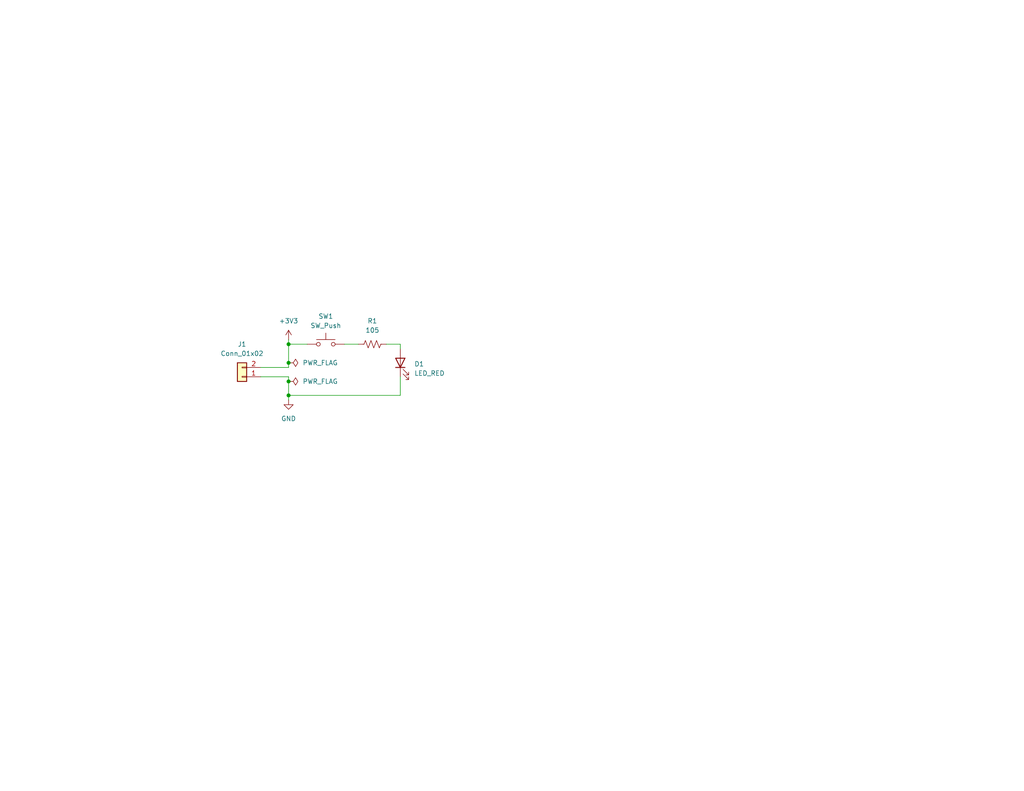
<source format=kicad_sch>
(kicad_sch (version 20230121) (generator eeschema)
  (paper "USLetter")
  (title_block (title "LED Project") (date "2023-09-18") (rev "1.0") (company "Illini Solar Car") (comment 1 "Designed By: Arturo Arroyo"))
  (lib_symbols
    (symbol "Connector_Generic:Conn_01x02" (pin_names (offset 1.016) hide)
      (property "Reference" "J" (at 0 2.54 0))
      (property "Value" "Conn_01x02" (at 0 -5.08 0))
      (symbol "Conn_01x02_1_1"
        (rectangle (start -1.27 -2.413) (end 0 -2.667) (stroke (width 0.1524)))
        (rectangle (start -1.27 0.127) (end 0 -0.127) (stroke (width 0.1524)))
        (rectangle (start -1.27 1.27) (end 1.27 -3.81) (stroke (width 0.254)) (fill (type background)))
        (pin passive line (at -5.08 0 0) (length 3.81) (name "Pin_1") (number "1"))
        (pin passive line (at -5.08 -2.54 0) (length 3.81) (name "Pin_2") (number "2"))
      )
    )
    (symbol "Device:LED" (pin_numbers hide) (pin_names (offset 1.016) hide)
      (property "Reference" "D" (at 0 2.54 0))
      (property "Value" "LED" (at 0 -2.54 0))
      (symbol "LED_0_1"
        (polyline (pts (xy -1.27 -1.27) (xy -1.27 1.27)) (stroke (width 0.254)))
        (polyline (pts (xy -1.27 0) (xy 1.27 0)))
        (polyline (pts (xy 1.27 -1.27) (xy 1.27 1.27) (xy -1.27 0) (xy 1.27 -1.27)) (stroke (width 0.254)))
        (polyline (pts (xy -3.048 -0.762) (xy -4.572 -2.286) (xy -3.81 -2.286) (xy -4.572 -2.286) (xy -4.572 -1.524)))
        (polyline (pts (xy -1.778 -0.762) (xy -3.302 -2.286) (xy -2.54 -2.286) (xy -3.302 -2.286) (xy -3.302 -1.524)))
      )
      (symbol "LED_1_1"
        (pin passive line (at -3.81 0 0) (length 2.54) (name "K") (number "1"))
        (pin passive line (at 3.81 0 180) (length 2.54) (name "A") (number "2"))
      )
    )
    (symbol "Device:R_US" (pin_numbers hide) (pin_names (offset 0))
      (property "Reference" "R" (at 2.54 0 90))
      (property "Value" "R_US" (at -2.54 0 90))
      (symbol "R_US_0_1"
        (polyline (pts (xy 0 -2.286) (xy 0 -2.54)))
        (polyline (pts (xy 0 2.286) (xy 0 2.54)))
        (polyline (pts (xy 0 -0.762) (xy 1.016 -1.143) (xy 0 -1.524) (xy -1.016 -1.905) (xy 0 -2.286)))
        (polyline (pts (xy 0 0.762) (xy 1.016 0.381) (xy 0 0) (xy -1.016 -0.381) (xy 0 -0.762)))
        (polyline (pts (xy 0 2.286) (xy 1.016 1.905) (xy 0 1.524) (xy -1.016 1.143) (xy 0 0.762)))
      )
      (symbol "R_US_1_1"
        (pin passive line (at 0 3.81 270) (length 1.27) (name "~") (number "1"))
        (pin passive line (at 0 -3.81 90) (length 1.27) (name "~") (number "2"))
      )
    )
    (symbol "Switch:SW_Push" (pin_numbers hide) (pin_names (offset 1.016) hide)
      (property "Reference" "SW" (at 1.27 2.54 0))
      (property "Value" "SW_Push" (at 0 -1.524 0))
      (symbol "SW_Push_0_1"
        (circle (center -2.032 0) (radius 0.508))
        (polyline (pts (xy 0 1.27) (xy 0 3.048)))
        (polyline (pts (xy 2.54 1.27) (xy -2.54 1.27)))
        (circle (center 2.032 0) (radius 0.508))
        (pin passive line (at -5.08 0 0) (length 2.54) (name "1") (number "1"))
        (pin passive line (at 5.08 0 180) (length 2.54) (name "2") (number "2"))
      )
    )
    (symbol "power:+3V3" (power) (pin_names (offset 0))
      (property "Value" "+3V3" (at 0 3.556 0))
      (symbol "+3V3_0_1"
        (polyline (pts (xy -0.762 1.27) (xy 0 2.54)))
        (polyline (pts (xy 0 0) (xy 0 2.54)))
        (polyline (pts (xy 0 2.54) (xy 0.762 1.27)))
      )
      (symbol "+3V3_1_1"
        (pin power_in line (at 0 0 90) (length 0) hide (name "+3V3") (number "1"))
      )
    )
    (symbol "power:GND" (power) (pin_names (offset 0))
      (property "Value" "GND" (at 0 -3.81 0))
      (symbol "GND_0_1"
        (polyline (pts (xy 0 0) (xy 0 -1.27) (xy 1.27 -1.27) (xy 0 -2.54) (xy -1.27 -1.27) (xy 0 -1.27)))
      )
      (symbol "GND_1_1"
        (pin power_in line (at 0 0 270) (length 0) hide (name "GND") (number "1"))
      )
    )
    (symbol "power:PWR_FLAG" (power) (pin_numbers hide) (pin_names (offset 0) hide)
      (property "Value" "PWR_FLAG" (at 0 3.81 0))
      (symbol "PWR_FLAG_0_0"
        (pin power_out line (at 0 0 90) (length 0) (name "pwr") (number "1"))
      )
      (symbol "PWR_FLAG_0_1"
        (polyline (pts (xy 0 0) (xy 0 1.27) (xy -1.016 1.905) (xy 0 2.54) (xy 1.016 1.905) (xy 0 1.27)))
      )
    )
  )
  (junction (at 78.74 99.06))
  (junction (at 78.74 104.14))
  (junction (at 78.74 107.95))
  (junction (at 78.74 93.98))
  (wire (pts (xy 78.74 102.87) (xy 78.74 104.14)))
  (wire (pts (xy 78.74 104.14) (xy 78.74 107.95)))
  (wire (pts (xy 71.12 102.87) (xy 78.74 102.87)))
  (wire (pts (xy 109.22 102.87) (xy 109.22 107.95)))
  (wire (pts (xy 78.74 107.95) (xy 78.74 109.22)))
  (wire (pts (xy 78.74 92.71) (xy 78.74 93.98)))
  (wire (pts (xy 105.41 93.98) (xy 109.22 93.98)))
  (wire (pts (xy 109.22 93.98) (xy 109.22 95.25)))
  (wire (pts (xy 78.74 107.95) (xy 109.22 107.95)))
  (wire (pts (xy 71.12 100.33) (xy 78.74 100.33)))
  (wire (pts (xy 78.74 99.06) (xy 78.74 93.98)))
  (wire (pts (xy 78.74 100.33) (xy 78.74 99.06)))
  (wire (pts (xy 78.74 93.98) (xy 83.82 93.98)))
  (wire (pts (xy 93.98 93.98) (xy 97.79 93.98)))
  (symbol (lib_id "Connector_Generic:Conn_01x02") (at 66.04 102.87 180) (unit 1)
    (property "Reference" "J1" (at 66.04 93.98 0))
    (property "Value" "Conn_01x02" (at 66.04 96.52 0))
    (property "Footprint" "Connector_Molex:Molex_KK-254_AE-6410-02A_1x02_P2.54mm_Vertical" (effects hide))
    (property "Datasheet" "https://tools.molex.com/pdm_docs/sd/022272021_sd.pdf" (effects hide))
    (property "MPN" "022272021" (effects hide))
  )
  (symbol (lib_id "Device:LED") (at 109.22 99.06 90) (unit 1)
    (property "Reference" "D1" (at 113.03 99.3775 90) (effects (justify right)))
    (property "Value" "LED_RED" (at 113.03 101.9175 90) (effects (justify right)))
    (property "Footprint" "layout:LED_0603_Symbol_on_F.SilkS" (effects hide))
  )
  (symbol (lib_id "power:PWR_FLAG") (at 78.74 104.14 270) (unit 1)
    (property "Reference" "#FLG02" (effects hide))
    (property "Value" "PWR_FLAG" (at 82.55 104.14 90) (effects (justify left)))
  )
  (symbol (lib_id "Device:R_US") (at 101.6 93.98 90) (unit 1)
    (property "Reference" "R1" (at 101.6 87.63 90))
    (property "Value" "105" (at 101.6 90.17 90))
    (property "Footprint" "Resistor_SMD:R_0603_1608Metric_Pad0.98x0.95mm_HandSolder" (effects hide))
  )
  (symbol (lib_id "power:PWR_FLAG") (at 78.74 99.06 270) (unit 1)
    (property "Reference" "#FLG01" (effects hide))
    (property "Value" "PWR_FLAG" (at 82.55 99.06 90) (effects (justify left)))
  )
  (symbol (lib_id "Switch:SW_Push") (at 88.9 93.98 0) (unit 1)
    (property "Reference" "SW1" (at 88.9 86.36 0))
    (property "Value" "SW_Push" (at 88.9 88.9 0))
    (property "Footprint" "Button_Switch_SMD:SW_DIP_SPSTx01_Slide_6.7x4.1mm_W8.61mm_P2.54mm_LowProfile" (effects hide))
    (property "Datasheet" "https://www.digikey.com/en/products/detail/te-connectivity-alcoswitch-switches/1825910-6/1632536?utm_adgroup=Supplier_TE&utm_source=google&utm_medium=cpc&utm_campaign=EN_Product_SKU_MBR&utm_term=%2B1825910-6&utm_content=Supplier_TE&gclid=Cj0KCQjwp4j6BRCRARIsAGq4yMGhBEsv1v5KcRzgW34aOMlPkoRB4A-7BCN08FfGaiq_Dk_nlKJ0QU8aAhZPEALw_wcB" (effects hide))
    (property "MPN" "1825910-6" (effects hide))
  )
  (symbol (lib_id "power:GND") (at 78.74 109.22 0) (unit 1)
    (property "Reference" "#PWR03" (effects hide))
    (property "Value" "GND" (at 78.74 114.3 0))
  )
  (symbol (lib_id "power:+3V3") (at 78.74 92.71 0) (unit 1)
    (property "Reference" "#PWR02" (effects hide))
    (property "Value" "+3V3" (at 78.74 87.63 0))
  )
)
</source>
